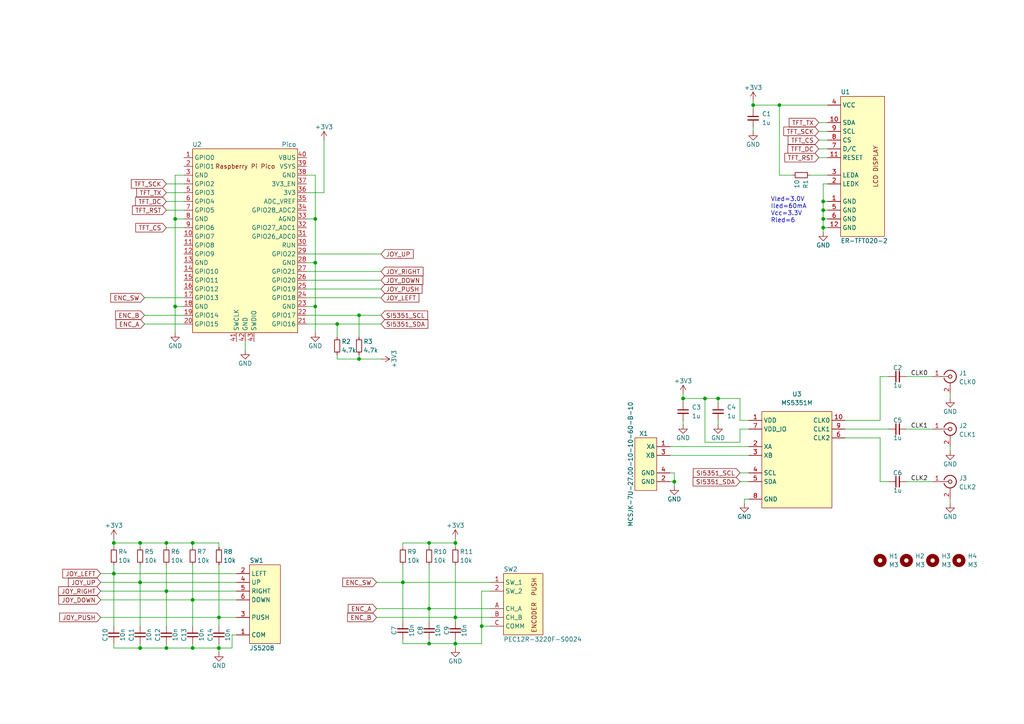
<source format=kicad_sch>
(kicad_sch (version 20211123) (generator eeschema)
  (paper "A4")
  (lib_symbols
    (symbol "Connector:Conn_Coaxial" (pin_names (offset 1.016) hide)
      (property "Reference" "J" (at 0.254 3.048 0))
      (property "Value" "Conn_Coaxial" (at 2.921 0 90))
      (symbol "Conn_Coaxial_0_1"
        (arc (start -1.778 -0.508) (mid 0.222 -1.808) (end 1.778 0) (stroke (width 0.254)))
        (polyline (pts (xy -2.54 0) (xy -0.508 0)))
        (polyline (pts (xy 0 -2.54) (xy 0 -1.778)))
        (circle (center 0 0) (radius 0.508) (stroke (width 0.2032)))
        (arc (start 1.778 0) (mid 0.222 1.8083) (end -1.778 0.508) (stroke (width 0.254)))
      )
      (symbol "Conn_Coaxial_1_1"
        (pin passive line (at -5.08 0 0) (length 2.54) (name "In") (number "1"))
        (pin passive line (at 0 -5.08 90) (length 2.54) (name "Ext") (number "2"))
      )
    )
    (symbol "Device:C_Small" (pin_numbers hide) (pin_names (offset 0.254) hide)
      (property "Reference" "C" (at 0.254 1.778 0))
      (property "Value" "C_Small" (at 0.254 -2.032 0))
      (symbol "C_Small_0_1"
        (polyline (pts (xy -1.524 -0.508) (xy 1.524 -0.508)) (stroke (width 0.3302)))
        (polyline (pts (xy -1.524 0.508) (xy 1.524 0.508)) (stroke (width 0.3048)))
      )
      (symbol "C_Small_1_1"
        (pin passive line (at 0 2.54 270) (length 2.032) (name "~") (number "1"))
        (pin passive line (at 0 -2.54 90) (length 2.032) (name "~") (number "2"))
      )
    )
    (symbol "Device:R_Small" (pin_numbers hide) (pin_names (offset 0.254) hide)
      (property "Reference" "R" (at 0.762 0.508 0))
      (property "Value" "R_Small" (at 0.762 -1.016 0))
      (symbol "R_Small_0_1"
        (rectangle (start -0.762 1.778) (end 0.762 -1.778) (stroke (width 0.2032)))
      )
      (symbol "R_Small_1_1"
        (pin passive line (at 0 2.54 270) (length 0.762) (name "~") (number "1"))
        (pin passive line (at 0 -2.54 90) (length 0.762) (name "~") (number "2"))
      )
    )
    (symbol "MCU_RaspberryPi_and_Boards:Pico"
      (property "Reference" "U" (at -13.97 27.94 0))
      (property "Value" "Pico" (at 0 19.05 0))
      (symbol "Pico_0_0"
        (text "Raspberry Pi Pico" (at 0 21.59 0) (effects (font (size 1.27 1.27))))
      )
      (symbol "Pico_0_1"
        (rectangle (start -15.24 26.67) (end 15.24 -26.67) (fill (type background)))
      )
      (symbol "Pico_1_1"
        (pin bidirectional line (at -17.78 24.13 0) (length 2.54) (name "GPIO0") (number "1"))
        (pin bidirectional line (at -17.78 1.27 0) (length 2.54) (name "GPIO7") (number "10"))
        (pin bidirectional line (at -17.78 -1.27 0) (length 2.54) (name "GPIO8") (number "11"))
        (pin bidirectional line (at -17.78 -3.81 0) (length 2.54) (name "GPIO9") (number "12"))
        (pin power_in line (at -17.78 -6.35 0) (length 2.54) (name "GND") (number "13"))
        (pin bidirectional line (at -17.78 -8.89 0) (length 2.54) (name "GPIO10") (number "14"))
        (pin bidirectional line (at -17.78 -11.43 0) (length 2.54) (name "GPIO11") (number "15"))
        (pin bidirectional line (at -17.78 -13.97 0) (length 2.54) (name "GPIO12") (number "16"))
        (pin bidirectional line (at -17.78 -16.51 0) (length 2.54) (name "GPIO13") (number "17"))
        (pin power_in line (at -17.78 -19.05 0) (length 2.54) (name "GND") (number "18"))
        (pin bidirectional line (at -17.78 -21.59 0) (length 2.54) (name "GPIO14") (number "19"))
        (pin bidirectional line (at -17.78 21.59 0) (length 2.54) (name "GPIO1") (number "2"))
        (pin bidirectional line (at -17.78 -24.13 0) (length 2.54) (name "GPIO15") (number "20"))
        (pin bidirectional line (at 17.78 -24.13 180) (length 2.54) (name "GPIO16") (number "21"))
        (pin bidirectional line (at 17.78 -21.59 180) (length 2.54) (name "GPIO17") (number "22"))
        (pin power_in line (at 17.78 -19.05 180) (length 2.54) (name "GND") (number "23"))
        (pin bidirectional line (at 17.78 -16.51 180) (length 2.54) (name "GPIO18") (number "24"))
        (pin bidirectional line (at 17.78 -13.97 180) (length 2.54) (name "GPIO19") (number "25"))
        (pin bidirectional line (at 17.78 -11.43 180) (length 2.54) (name "GPIO20") (number "26"))
        (pin bidirectional line (at 17.78 -8.89 180) (length 2.54) (name "GPIO21") (number "27"))
        (pin power_in line (at 17.78 -6.35 180) (length 2.54) (name "GND") (number "28"))
        (pin bidirectional line (at 17.78 -3.81 180) (length 2.54) (name "GPIO22") (number "29"))
        (pin power_in line (at -17.78 19.05 0) (length 2.54) (name "GND") (number "3"))
        (pin input line (at 17.78 -1.27 180) (length 2.54) (name "RUN") (number "30"))
        (pin bidirectional line (at 17.78 1.27 180) (length 2.54) (name "GPIO26_ADC0") (number "31"))
        (pin bidirectional line (at 17.78 3.81 180) (length 2.54) (name "GPIO27_ADC1") (number "32"))
        (pin power_in line (at 17.78 6.35 180) (length 2.54) (name "AGND") (number "33"))
        (pin bidirectional line (at 17.78 8.89 180) (length 2.54) (name "GPIO28_ADC2") (number "34"))
        (pin power_in line (at 17.78 11.43 180) (length 2.54) (name "ADC_VREF") (number "35"))
        (pin power_in line (at 17.78 13.97 180) (length 2.54) (name "3V3") (number "36"))
        (pin input line (at 17.78 16.51 180) (length 2.54) (name "3V3_EN") (number "37"))
        (pin bidirectional line (at 17.78 19.05 180) (length 2.54) (name "GND") (number "38"))
        (pin power_in line (at 17.78 21.59 180) (length 2.54) (name "VSYS") (number "39"))
        (pin bidirectional line (at -17.78 16.51 0) (length 2.54) (name "GPIO2") (number "4"))
        (pin power_in line (at 17.78 24.13 180) (length 2.54) (name "VBUS") (number "40"))
        (pin input line (at -2.54 -29.21 90) (length 2.54) (name "SWCLK") (number "41"))
        (pin power_in line (at 0 -29.21 90) (length 2.54) (name "GND") (number "42"))
        (pin bidirectional line (at 2.54 -29.21 90) (length 2.54) (name "SWDIO") (number "43"))
        (pin bidirectional line (at -17.78 13.97 0) (length 2.54) (name "GPIO3") (number "5"))
        (pin bidirectional line (at -17.78 11.43 0) (length 2.54) (name "GPIO4") (number "6"))
        (pin bidirectional line (at -17.78 8.89 0) (length 2.54) (name "GPIO5") (number "7"))
        (pin power_in line (at -17.78 6.35 0) (length 2.54) (name "GND") (number "8"))
        (pin bidirectional line (at -17.78 3.81 0) (length 2.54) (name "GPIO6") (number "9"))
      )
    )
    (symbol "Mechanical:MountingHole" (pin_names (offset 1.016))
      (property "Reference" "H" (at 0 5.08 0))
      (property "Value" "MountingHole" (at 0 3.175 0))
      (symbol "MountingHole_0_1"
        (circle (center 0 0) (radius 1.27) (stroke (width 1.27)))
      )
    )
    (symbol "parts:ER-TFT020-2"
      (property "Reference" "U" (at 1.27 3.81 0))
      (property "Value" "ER-TFT020-2" (at 6.35 -39.37 0))
      (symbol "ER-TFT020-2_0_0"
        (text "LCD DISPLAY" (at 10.16 -17.78 900) (effects (font (size 1.27 1.27))))
      )
      (symbol "ER-TFT020-2_0_1"
        (rectangle (start 0 2.54) (end 12.7 -38.1) (fill (type background)))
      )
      (symbol "ER-TFT020-2_1_1"
        (pin input line (at -3.81 -27.94 0) (length 3.81) (name "GND") (number "1"))
        (pin input line (at -3.81 -5.08 0) (length 3.81) (name "SDA") (number "10"))
        (pin input line (at -3.81 -15.24 0) (length 3.81) (name "RESET") (number "11"))
        (pin input line (at -3.81 -35.56 0) (length 3.81) (name "GND") (number "12"))
        (pin input line (at -3.81 -22.86 0) (length 3.81) (name "LEDK") (number "2"))
        (pin input line (at -3.81 -20.32 0) (length 3.81) (name "LEDA") (number "3"))
        (pin input line (at -3.81 0 0) (length 3.81) (name "VCC") (number "4"))
        (pin input line (at -3.81 -30.48 0) (length 3.81) (name "GND") (number "5"))
        (pin input line (at -3.81 -33.02 0) (length 3.81) (name "GND") (number "6"))
        (pin input line (at -3.81 -12.7 0) (length 3.81) (name "D/C") (number "7"))
        (pin input line (at -3.81 -10.16 0) (length 3.81) (name "CS") (number "8"))
        (pin input line (at -3.81 -7.62 0) (length 3.81) (name "SCL") (number "9"))
      )
    )
    (symbol "parts:JS5208"
      (property "Reference" "SW" (at 3.81 3.81 0))
      (property "Value" "JS5208" (at 3.81 -21.59 0))
      (symbol "JS5208_0_0"
        (rectangle (start 0 2.54) (end 8.89 -20.32) (fill (type background)))
      )
      (symbol "JS5208_1_1"
        (pin input line (at -3.81 -17.78 0) (length 3.81) (name "COM") (number "1"))
        (pin input line (at -3.81 0 0) (length 3.81) (name "LEFT") (number "2"))
        (pin input line (at -3.81 -12.7 0) (length 3.81) (name "PUSH") (number "3"))
        (pin input line (at -3.81 -2.54 0) (length 3.81) (name "UP") (number "4"))
        (pin input line (at -3.81 -5.08 0) (length 3.81) (name "RIGHT") (number "5"))
        (pin input line (at -3.81 -7.62 0) (length 3.81) (name "DOWN") (number "6"))
      )
    )
    (symbol "parts:MCSJK-7U-27.00-10-10-60-B-10"
      (property "Reference" "X" (at 1.27 3.81 0))
      (property "Value" "MCSJK-7U-27.00-10-10-60-B-10" (at 2.54 -13.97 0))
      (symbol "MCSJK-7U-27.00-10-10-60-B-10_0_0"
        (rectangle (start 0 2.54) (end 6.35 -12.7) (fill (type background)))
      )
      (symbol "MCSJK-7U-27.00-10-10-60-B-10_1_1"
        (pin input line (at -3.81 0 0) (length 3.81) (name "XA") (number "1"))
        (pin input line (at -3.81 -10.16 0) (length 3.81) (name "GND") (number "2"))
        (pin input line (at -3.81 -2.54 0) (length 3.81) (name "XB") (number "3"))
        (pin input line (at -3.81 -7.62 0) (length 3.81) (name "GND") (number "4"))
      )
    )
    (symbol "parts:MS5351M"
      (property "Reference" "U" (at 1.27 3.81 0))
      (property "Value" "MS5351M" (at 11.43 -26.67 0))
      (symbol "MS5351M_0_0"
        (rectangle (start 0 2.54) (end 20.32 -25.4) (fill (type background)))
      )
      (symbol "MS5351M_1_1"
        (pin input line (at -3.81 0 0) (length 3.81) (name "VDD") (number "1"))
        (pin input line (at 24.13 0 180) (length 3.81) (name "CLK0") (number "10"))
        (pin input line (at -3.81 -7.62 0) (length 3.81) (name "XA") (number "2"))
        (pin input line (at -3.81 -10.16 0) (length 3.81) (name "XB") (number "3"))
        (pin input line (at -3.81 -15.24 0) (length 3.81) (name "SCL") (number "4"))
        (pin input line (at -3.81 -17.78 0) (length 3.81) (name "SDA") (number "5"))
        (pin input line (at 24.13 -5.08 180) (length 3.81) (name "CLK2") (number "6"))
        (pin input line (at -3.81 -2.54 0) (length 3.81) (name "VDD_IO") (number "7"))
        (pin input line (at -3.81 -22.86 0) (length 3.81) (name "GND") (number "8"))
        (pin input line (at 24.13 -2.54 180) (length 3.81) (name "CLK1") (number "9"))
      )
    )
    (symbol "parts:PEC12R-3220F-S0024"
      (property "Reference" "SW" (at 1.27 3.81 0))
      (property "Value" "PEC12R-3220F-S0024" (at 6.35 -16.51 0))
      (symbol "PEC12R-3220F-S0024_0_0"
        (rectangle (start 0 2.54) (end 11.43 -15.24) (fill (type background)))
        (text "ENCODER" (at 8.89 -10.16 900) (effects (font (size 1.27 1.27))))
        (text "PUSH" (at 8.89 -1.27 900) (effects (font (size 1.27 1.27))))
      )
      (symbol "PEC12R-3220F-S0024_1_1"
        (pin input line (at -3.81 0 0) (length 3.81) (name "SW_1") (number "1"))
        (pin input line (at -3.81 -2.54 0) (length 3.81) (name "SW_2") (number "2"))
        (pin input line (at -3.81 -7.62 0) (length 3.81) (name "CH_A") (number "A"))
        (pin input line (at -3.81 -10.16 0) (length 3.81) (name "CH_B") (number "B"))
        (pin input line (at -3.81 -12.7 0) (length 3.81) (name "COMM") (number "C"))
      )
    )
    (symbol "power:+3V3" (power) (pin_names (offset 0))
      (property "Value" "+3V3" (at 0 3.556 0))
      (symbol "+3V3_0_1"
        (polyline (pts (xy -0.762 1.27) (xy 0 2.54)))
        (polyline (pts (xy 0 0) (xy 0 2.54)))
        (polyline (pts (xy 0 2.54) (xy 0.762 1.27)))
      )
      (symbol "+3V3_1_1"
        (pin power_in line (at 0 0 90) (length 0) hide (name "+3V3") (number "1"))
      )
    )
    (symbol "power:GND" (power) (pin_names (offset 0))
      (property "Value" "GND" (at 0 -3.81 0))
      (symbol "GND_0_1"
        (polyline (pts (xy 0 0) (xy 0 -1.27) (xy 1.27 -1.27) (xy 0 -2.54) (xy -1.27 -1.27) (xy 0 -1.27)))
      )
      (symbol "GND_1_1"
        (pin power_in line (at 0 0 270) (length 0) hide (name "GND") (number "1"))
      )
    )
  )
  (junction (at 97.79 93.98))
  (junction (at 33.02 166.37))
  (junction (at 124.46 186.69))
  (junction (at 48.26 171.45))
  (junction (at 104.14 91.44))
  (junction (at 40.64 168.91))
  (junction (at 91.44 63.5))
  (junction (at 226.06 30.48))
  (junction (at 91.44 88.9))
  (junction (at 195.58 139.7))
  (junction (at 139.7 181.61))
  (junction (at 208.28 115.57))
  (junction (at 55.88 157.48))
  (junction (at 238.76 66.04))
  (junction (at 116.84 168.91))
  (junction (at 63.5 187.96))
  (junction (at 91.44 76.2))
  (junction (at 132.08 179.07))
  (junction (at 33.02 157.48))
  (junction (at 50.8 88.9))
  (junction (at 124.46 176.53))
  (junction (at 238.76 58.42))
  (junction (at 132.08 186.69))
  (junction (at 63.5 179.07))
  (junction (at 55.88 173.99))
  (junction (at 238.76 63.5))
  (junction (at 48.26 157.48))
  (junction (at 132.08 157.48))
  (junction (at 48.26 187.96))
  (junction (at 50.8 63.5))
  (junction (at 204.47 115.57))
  (junction (at 198.12 115.57))
  (junction (at 218.44 30.48))
  (junction (at 104.14 104.14))
  (junction (at 40.64 157.48))
  (junction (at 40.64 187.96))
  (junction (at 55.88 187.96))
  (junction (at 238.76 60.96))
  (junction (at 124.46 157.48))
  (wire (pts (xy 67.31 187.96) (xy 67.31 184.15)))
  (wire (pts (xy 88.9 83.82) (xy 110.49 83.82)))
  (wire (pts (xy 33.02 187.96) (xy 40.64 187.96)))
  (wire (pts (xy 198.12 114.3) (xy 198.12 115.57)))
  (wire (pts (xy 214.63 121.92) (xy 214.63 115.57)))
  (wire (pts (xy 142.24 171.45) (xy 139.7 171.45)))
  (wire (pts (xy 48.26 157.48) (xy 48.26 158.75)))
  (wire (pts (xy 63.5 179.07) (xy 68.58 179.07)))
  (wire (pts (xy 97.79 97.79) (xy 97.79 93.98)))
  (wire (pts (xy 91.44 63.5) (xy 91.44 50.8)))
  (wire (pts (xy 104.14 102.87) (xy 104.14 104.14)))
  (wire (pts (xy 238.76 58.42) (xy 238.76 60.96)))
  (wire (pts (xy 275.59 144.78) (xy 275.59 146.05)))
  (wire (pts (xy 88.9 93.98) (xy 97.79 93.98)))
  (wire (pts (xy 41.91 86.36) (xy 53.34 86.36)))
  (wire (pts (xy 68.58 171.45) (xy 48.26 171.45)))
  (wire (pts (xy 104.14 91.44) (xy 104.14 97.79)))
  (wire (pts (xy 217.17 124.46) (xy 214.63 124.46)))
  (wire (pts (xy 217.17 121.92) (xy 214.63 121.92)))
  (wire (pts (xy 88.9 88.9) (xy 91.44 88.9)))
  (wire (pts (xy 275.59 129.54) (xy 275.59 130.81)))
  (wire (pts (xy 48.26 53.34) (xy 53.34 53.34)))
  (wire (pts (xy 214.63 139.7) (xy 217.17 139.7)))
  (wire (pts (xy 29.21 179.07) (xy 63.5 179.07)))
  (wire (pts (xy 40.64 157.48) (xy 48.26 157.48)))
  (wire (pts (xy 109.22 176.53) (xy 124.46 176.53)))
  (wire (pts (xy 50.8 88.9) (xy 53.34 88.9)))
  (wire (pts (xy 88.9 78.74) (xy 110.49 78.74)))
  (wire (pts (xy 33.02 156.21) (xy 33.02 157.48)))
  (wire (pts (xy 245.11 124.46) (xy 257.81 124.46)))
  (wire (pts (xy 214.63 124.46) (xy 214.63 128.27)))
  (wire (pts (xy 238.76 60.96) (xy 238.76 63.5)))
  (wire (pts (xy 195.58 137.16) (xy 195.58 139.7)))
  (wire (pts (xy 40.64 163.83) (xy 40.64 168.91)))
  (wire (pts (xy 97.79 93.98) (xy 110.49 93.98)))
  (wire (pts (xy 194.31 139.7) (xy 195.58 139.7)))
  (wire (pts (xy 238.76 53.34) (xy 238.76 58.42)))
  (wire (pts (xy 132.08 157.48) (xy 124.46 157.48)))
  (wire (pts (xy 215.9 144.78) (xy 217.17 144.78)))
  (wire (pts (xy 124.46 163.83) (xy 124.46 176.53)))
  (wire (pts (xy 238.76 66.04) (xy 240.03 66.04)))
  (wire (pts (xy 275.59 114.3) (xy 275.59 115.57)))
  (wire (pts (xy 262.89 124.46) (xy 270.51 124.46)))
  (wire (pts (xy 33.02 166.37) (xy 33.02 181.61)))
  (wire (pts (xy 255.27 121.92) (xy 255.27 109.22)))
  (wire (pts (xy 91.44 50.8) (xy 88.9 50.8)))
  (wire (pts (xy 237.49 38.1) (xy 240.03 38.1)))
  (wire (pts (xy 132.08 163.83) (xy 132.08 179.07)))
  (wire (pts (xy 198.12 121.92) (xy 198.12 123.19)))
  (wire (pts (xy 142.24 168.91) (xy 116.84 168.91)))
  (wire (pts (xy 33.02 163.83) (xy 33.02 166.37)))
  (wire (pts (xy 194.31 129.54) (xy 217.17 129.54)))
  (wire (pts (xy 237.49 40.64) (xy 240.03 40.64)))
  (wire (pts (xy 63.5 187.96) (xy 67.31 187.96)))
  (wire (pts (xy 55.88 186.69) (xy 55.88 187.96)))
  (wire (pts (xy 214.63 128.27) (xy 204.47 128.27)))
  (wire (pts (xy 240.03 53.34) (xy 238.76 53.34)))
  (wire (pts (xy 97.79 104.14) (xy 104.14 104.14)))
  (wire (pts (xy 208.28 121.92) (xy 208.28 123.19)))
  (wire (pts (xy 97.79 102.87) (xy 97.79 104.14)))
  (wire (pts (xy 218.44 29.21) (xy 218.44 30.48)))
  (wire (pts (xy 40.64 157.48) (xy 40.64 158.75)))
  (wire (pts (xy 68.58 166.37) (xy 33.02 166.37)))
  (wire (pts (xy 262.89 139.7) (xy 270.51 139.7)))
  (wire (pts (xy 208.28 115.57) (xy 208.28 116.84)))
  (wire (pts (xy 124.46 157.48) (xy 116.84 157.48)))
  (wire (pts (xy 215.9 146.05) (xy 215.9 144.78)))
  (wire (pts (xy 55.88 163.83) (xy 55.88 173.99)))
  (wire (pts (xy 132.08 156.21) (xy 132.08 157.48)))
  (wire (pts (xy 48.26 55.88) (xy 53.34 55.88)))
  (wire (pts (xy 48.26 66.04) (xy 53.34 66.04)))
  (wire (pts (xy 67.31 184.15) (xy 68.58 184.15)))
  (wire (pts (xy 124.46 176.53) (xy 124.46 180.34)))
  (wire (pts (xy 33.02 186.69) (xy 33.02 187.96)))
  (wire (pts (xy 132.08 185.42) (xy 132.08 186.69)))
  (wire (pts (xy 109.22 168.91) (xy 116.84 168.91)))
  (wire (pts (xy 40.64 168.91) (xy 40.64 181.61)))
  (wire (pts (xy 139.7 181.61) (xy 142.24 181.61)))
  (wire (pts (xy 88.9 81.28) (xy 110.49 81.28)))
  (wire (pts (xy 29.21 173.99) (xy 55.88 173.99)))
  (wire (pts (xy 194.31 132.08) (xy 217.17 132.08)))
  (wire (pts (xy 237.49 35.56) (xy 240.03 35.56)))
  (wire (pts (xy 63.5 163.83) (xy 63.5 179.07)))
  (wire (pts (xy 91.44 96.52) (xy 91.44 88.9)))
  (wire (pts (xy 116.84 163.83) (xy 116.84 168.91)))
  (wire (pts (xy 218.44 30.48) (xy 218.44 31.75)))
  (wire (pts (xy 132.08 186.69) (xy 132.08 187.96)))
  (wire (pts (xy 238.76 58.42) (xy 240.03 58.42)))
  (wire (pts (xy 238.76 66.04) (xy 238.76 67.31)))
  (wire (pts (xy 50.8 63.5) (xy 53.34 63.5)))
  (wire (pts (xy 245.11 121.92) (xy 255.27 121.92)))
  (wire (pts (xy 29.21 168.91) (xy 40.64 168.91)))
  (wire (pts (xy 237.49 43.18) (xy 240.03 43.18)))
  (wire (pts (xy 238.76 60.96) (xy 240.03 60.96)))
  (wire (pts (xy 124.46 157.48) (xy 124.46 158.75)))
  (wire (pts (xy 48.26 187.96) (xy 55.88 187.96)))
  (wire (pts (xy 41.91 91.44) (xy 53.34 91.44)))
  (wire (pts (xy 240.03 30.48) (xy 226.06 30.48)))
  (wire (pts (xy 55.88 173.99) (xy 55.88 181.61)))
  (wire (pts (xy 63.5 181.61) (xy 63.5 179.07)))
  (wire (pts (xy 195.58 139.7) (xy 195.58 140.97)))
  (wire (pts (xy 104.14 104.14) (xy 110.49 104.14)))
  (wire (pts (xy 63.5 157.48) (xy 63.5 158.75)))
  (wire (pts (xy 124.46 186.69) (xy 132.08 186.69)))
  (wire (pts (xy 63.5 189.23) (xy 63.5 187.96)))
  (wire (pts (xy 48.26 186.69) (xy 48.26 187.96)))
  (wire (pts (xy 214.63 115.57) (xy 208.28 115.57)))
  (wire (pts (xy 40.64 187.96) (xy 48.26 187.96)))
  (wire (pts (xy 139.7 171.45) (xy 139.7 181.61)))
  (wire (pts (xy 139.7 186.69) (xy 132.08 186.69)))
  (wire (pts (xy 208.28 115.57) (xy 204.47 115.57)))
  (wire (pts (xy 55.88 157.48) (xy 55.88 158.75)))
  (wire (pts (xy 33.02 157.48) (xy 40.64 157.48)))
  (wire (pts (xy 29.21 171.45) (xy 48.26 171.45)))
  (wire (pts (xy 40.64 186.69) (xy 40.64 187.96)))
  (wire (pts (xy 142.24 179.07) (xy 132.08 179.07)))
  (wire (pts (xy 204.47 115.57) (xy 198.12 115.57)))
  (wire (pts (xy 48.26 58.42) (xy 53.34 58.42)))
  (wire (pts (xy 204.47 128.27) (xy 204.47 115.57)))
  (wire (pts (xy 93.98 55.88) (xy 93.98 40.64)))
  (wire (pts (xy 238.76 63.5) (xy 238.76 66.04)))
  (wire (pts (xy 71.12 99.06) (xy 71.12 101.6)))
  (wire (pts (xy 229.87 50.8) (xy 226.06 50.8)))
  (wire (pts (xy 88.9 73.66) (xy 110.49 73.66)))
  (wire (pts (xy 238.76 63.5) (xy 240.03 63.5)))
  (wire (pts (xy 132.08 157.48) (xy 132.08 158.75)))
  (wire (pts (xy 255.27 127) (xy 255.27 139.7)))
  (wire (pts (xy 50.8 63.5) (xy 50.8 50.8)))
  (wire (pts (xy 50.8 88.9) (xy 50.8 63.5)))
  (wire (pts (xy 68.58 173.99) (xy 55.88 173.99)))
  (wire (pts (xy 55.88 187.96) (xy 63.5 187.96)))
  (wire (pts (xy 63.5 186.69) (xy 63.5 187.96)))
  (wire (pts (xy 88.9 86.36) (xy 110.49 86.36)))
  (wire (pts (xy 29.21 166.37) (xy 33.02 166.37)))
  (wire (pts (xy 88.9 91.44) (xy 104.14 91.44)))
  (wire (pts (xy 50.8 50.8) (xy 53.34 50.8)))
  (wire (pts (xy 116.84 186.69) (xy 124.46 186.69)))
  (wire (pts (xy 50.8 96.52) (xy 50.8 88.9)))
  (wire (pts (xy 41.91 93.98) (xy 53.34 93.98)))
  (wire (pts (xy 124.46 185.42) (xy 124.46 186.69)))
  (wire (pts (xy 194.31 137.16) (xy 195.58 137.16)))
  (wire (pts (xy 226.06 30.48) (xy 218.44 30.48)))
  (wire (pts (xy 226.06 50.8) (xy 226.06 30.48)))
  (wire (pts (xy 139.7 181.61) (xy 139.7 186.69)))
  (wire (pts (xy 109.22 179.07) (xy 132.08 179.07)))
  (wire (pts (xy 91.44 88.9) (xy 91.44 76.2)))
  (wire (pts (xy 255.27 109.22) (xy 257.81 109.22)))
  (wire (pts (xy 116.84 157.48) (xy 116.84 158.75)))
  (wire (pts (xy 255.27 139.7) (xy 257.81 139.7)))
  (wire (pts (xy 116.84 185.42) (xy 116.84 186.69)))
  (wire (pts (xy 88.9 55.88) (xy 93.98 55.88)))
  (wire (pts (xy 104.14 91.44) (xy 110.49 91.44)))
  (wire (pts (xy 214.63 137.16) (xy 217.17 137.16)))
  (wire (pts (xy 237.49 45.72) (xy 240.03 45.72)))
  (wire (pts (xy 33.02 157.48) (xy 33.02 158.75)))
  (wire (pts (xy 55.88 157.48) (xy 63.5 157.48)))
  (wire (pts (xy 88.9 76.2) (xy 91.44 76.2)))
  (wire (pts (xy 234.95 50.8) (xy 240.03 50.8)))
  (wire (pts (xy 91.44 76.2) (xy 91.44 63.5)))
  (wire (pts (xy 142.24 176.53) (xy 124.46 176.53)))
  (wire (pts (xy 48.26 157.48) (xy 55.88 157.48)))
  (wire (pts (xy 48.26 163.83) (xy 48.26 171.45)))
  (wire (pts (xy 245.11 127) (xy 255.27 127)))
  (wire (pts (xy 48.26 60.96) (xy 53.34 60.96)))
  (wire (pts (xy 88.9 63.5) (xy 91.44 63.5)))
  (wire (pts (xy 262.89 109.22) (xy 270.51 109.22)))
  (wire (pts (xy 198.12 115.57) (xy 198.12 116.84)))
  (wire (pts (xy 48.26 171.45) (xy 48.26 181.61)))
  (wire (pts (xy 68.58 168.91) (xy 40.64 168.91)))
  (wire (pts (xy 218.44 36.83) (xy 218.44 38.1)))
  (wire (pts (xy 116.84 168.91) (xy 116.84 180.34)))
  (wire (pts (xy 132.08 179.07) (xy 132.08 180.34)))
  (text "Vled=3.0V\nIled=60mA\nVcc=3.3V\nRled=6" (at 223.52 64.77 0) (effects (font (size 1.27 1.27)) (justify left bottom)))
  (label "CLK2" (at 264.16 139.7 0))
  (label "CLK0" (at 264.16 109.22 0))
  (label "CLK1" (at 264.16 124.46 0))
  (global_label "ENC_A" (shape input) (at 41.91 93.98 180) (property "Intersheet References" "${INTERSHEET_REFS}" (effects hide)))
  (global_label "TFT_CS" (shape input) (at 237.49 40.64 180) (property "Intersheet References" "${INTERSHEET_REFS}" (effects hide)))
  (global_label "SI5351_SCL" (shape input) (at 214.63 137.16 180) (property "Intersheet References" "${INTERSHEET_REFS}" (effects hide)))
  (global_label "TFT_RST" (shape input) (at 48.26 60.96 180) (property "Intersheet References" "${INTERSHEET_REFS}" (effects hide)))
  (global_label "JOY_PUSH" (shape input) (at 29.21 179.07 180) (property "Intersheet References" "${INTERSHEET_REFS}" (effects hide)))
  (global_label "JOY_UP" (shape input) (at 29.21 168.91 180) (property "Intersheet References" "${INTERSHEET_REFS}" (effects hide)))
  (global_label "JOY_PUSH" (shape input) (at 110.49 83.82 0) (property "Intersheet References" "${INTERSHEET_REFS}" (effects hide)))
  (global_label "TFT_DC" (shape input) (at 48.26 58.42 180) (property "Intersheet References" "${INTERSHEET_REFS}" (effects hide)))
  (global_label "JOY_UP" (shape input) (at 110.49 73.66 0) (property "Intersheet References" "${INTERSHEET_REFS}" (effects hide)))
  (global_label "ENC_B" (shape input) (at 41.91 91.44 180) (property "Intersheet References" "${INTERSHEET_REFS}" (effects hide)))
  (global_label "TFT_TX" (shape input) (at 48.26 55.88 180) (property "Intersheet References" "${INTERSHEET_REFS}" (effects hide)))
  (global_label "JOY_LEFT" (shape input) (at 29.21 166.37 180) (property "Intersheet References" "${INTERSHEET_REFS}" (effects hide)))
  (global_label "SI5351_SDA" (shape input) (at 214.63 139.7 180) (property "Intersheet References" "${INTERSHEET_REFS}" (effects hide)))
  (global_label "TFT_CS" (shape input) (at 48.26 66.04 180) (property "Intersheet References" "${INTERSHEET_REFS}" (effects hide)))
  (global_label "TFT_RST" (shape input) (at 237.49 45.72 180) (property "Intersheet References" "${INTERSHEET_REFS}" (effects hide)))
  (global_label "TFT_SCK" (shape input) (at 48.26 53.34 180) (property "Intersheet References" "${INTERSHEET_REFS}" (effects hide)))
  (global_label "ENC_SW" (shape input) (at 41.91 86.36 180) (property "Intersheet References" "${INTERSHEET_REFS}" (effects hide)))
  (global_label "TFT_TX" (shape input) (at 237.49 35.56 180) (property "Intersheet References" "${INTERSHEET_REFS}" (effects hide)))
  (global_label "ENC_A" (shape input) (at 109.22 176.53 180) (property "Intersheet References" "${INTERSHEET_REFS}" (effects hide)))
  (global_label "TFT_SCK" (shape input) (at 237.49 38.1 180) (property "Intersheet References" "${INTERSHEET_REFS}" (effects hide)))
  (global_label "TFT_DC" (shape input) (at 237.49 43.18 180) (property "Intersheet References" "${INTERSHEET_REFS}" (effects hide)))
  (global_label "ENC_SW" (shape input) (at 109.22 168.91 180) (property "Intersheet References" "${INTERSHEET_REFS}" (effects hide)))
  (global_label "JOY_DOWN" (shape input) (at 29.21 173.99 180) (property "Intersheet References" "${INTERSHEET_REFS}" (effects hide)))
  (global_label "JOY_DOWN" (shape input) (at 110.49 81.28 0) (property "Intersheet References" "${INTERSHEET_REFS}" (effects hide)))
  (global_label "JOY_RIGHT" (shape input) (at 110.49 78.74 0) (property "Intersheet References" "${INTERSHEET_REFS}" (effects hide)))
  (global_label "JOY_RIGHT" (shape input) (at 29.21 171.45 180) (property "Intersheet References" "${INTERSHEET_REFS}" (effects hide)))
  (global_label "SI5351_SCL" (shape input) (at 110.49 91.44 0) (property "Intersheet References" "${INTERSHEET_REFS}" (effects hide)))
  (global_label "ENC_B" (shape input) (at 109.22 179.07 180) (property "Intersheet References" "${INTERSHEET_REFS}" (effects hide)))
  (global_label "JOY_LEFT" (shape input) (at 110.49 86.36 0) (property "Intersheet References" "${INTERSHEET_REFS}" (effects hide)))
  (global_label "SI5351_SDA" (shape input) (at 110.49 93.98 0) (property "Intersheet References" "${INTERSHEET_REFS}" (effects hide)))
  (symbol (lib_id "Device:C_Small") (at 260.35 109.22 90) (unit 1)
    (property "Reference" "C2" (at 260.35 106.68 90))
    (property "Value" "1u" (at 260.35 111.76 90))
    (property "Footprint" "Capacitor_SMD:C_0805_2012Metric" (effects hide))
  )
  (symbol (lib_id "Device:R_Small") (at 48.26 161.29 0) (unit 1)
    (property "Reference" "R6" (at 49.53 160.02 0) (effects (justify left)))
    (property "Value" "10k" (at 49.53 162.56 0) (effects (justify left)))
    (property "Footprint" "Resistor_SMD:R_0805_2012Metric" (effects hide))
  )
  (symbol (lib_id "Device:C_Small") (at 55.88 184.15 180) (unit 1)
    (property "Reference" "C13" (at 53.34 184.15 90))
    (property "Value" "10n" (at 58.42 184.15 90))
    (property "Footprint" "Capacitor_SMD:C_0805_2012Metric" (effects hide))
  )
  (symbol (lib_id "Device:C_Small") (at 198.12 119.38 0) (unit 1)
    (property "Reference" "C3" (at 200.66 118.1162 0) (effects (justify left)))
    (property "Value" "1u" (at 200.66 120.6562 0) (effects (justify left)))
    (property "Footprint" "Capacitor_SMD:C_0805_2012Metric" (effects hide))
  )
  (symbol (lib_id "Mechanical:MountingHole") (at 270.51 162.56 0) (unit 1)
    (property "Reference" "H3" (at 273.05 161.2899 0) (effects (justify left)))
    (property "Value" "M3" (at 273.05 163.8299 0) (effects (justify left)))
    (property "Footprint" "MountingHole:MountingHole_3.2mm_M3_DIN965_Pad_TopBottom" (effects hide))
  )
  (symbol (lib_id "power:GND") (at 132.08 187.96 0) (unit 1)
    (property "Reference" "#PWR019" (effects hide))
    (property "Value" "GND" (at 132.08 191.77 0))
  )
  (symbol (lib_id "Mechanical:MountingHole") (at 255.27 162.56 0) (unit 1)
    (property "Reference" "H1" (at 257.81 161.2899 0) (effects (justify left)))
    (property "Value" "M3" (at 257.81 163.8299 0) (effects (justify left)))
    (property "Footprint" "MountingHole:MountingHole_3.2mm_M3_DIN965_Pad_TopBottom" (effects hide))
  )
  (symbol (lib_id "power:+3V3") (at 198.12 114.3 0) (unit 1)
    (property "Reference" "#PWR09" (effects hide))
    (property "Value" "+3V3" (at 198.12 110.49 0))
  )
  (symbol (lib_id "Device:R_Small") (at 124.46 161.29 0) (unit 1)
    (property "Reference" "R10" (at 125.73 160.02 0) (effects (justify left)))
    (property "Value" "10k" (at 125.73 162.56 0) (effects (justify left)))
    (property "Footprint" "Resistor_SMD:R_0805_2012Metric" (effects hide))
  )
  (symbol (lib_id "Device:R_Small") (at 232.41 50.8 270) (unit 1)
    (property "Reference" "R1" (at 233.68 52.07 0) (effects (justify left)))
    (property "Value" "10" (at 231.14 52.07 0) (effects (justify left)))
    (property "Footprint" "Resistor_SMD:R_0805_2012Metric" (effects hide))
  )
  (symbol (lib_id "parts:MS5351M") (at 220.98 121.92 0) (unit 1)
    (property "Reference" "U3" (at 231.14 114.3 0))
    (property "Value" "MS5351M" (at 231.14 116.84 0))
    (property "Footprint" "Package_SO:MSOP-10_3x3mm_P0.5mm" (effects hide))
  )
  (symbol (lib_id "Device:R_Small") (at 104.14 100.33 0) (unit 1)
    (property "Reference" "R3" (at 105.41 99.06 0) (effects (justify left)))
    (property "Value" "4.7k" (at 105.41 101.6 0) (effects (justify left)))
    (property "Footprint" "Resistor_SMD:R_0805_2012Metric" (effects hide))
  )
  (symbol (lib_id "power:GND") (at 275.59 115.57 0) (unit 1)
    (property "Reference" "#PWR010" (effects hide))
    (property "Value" "GND" (at 275.59 119.38 0))
  )
  (symbol (lib_id "Device:R_Small") (at 63.5 161.29 0) (unit 1)
    (property "Reference" "R8" (at 64.77 160.02 0) (effects (justify left)))
    (property "Value" "10k" (at 64.77 162.56 0) (effects (justify left)))
    (property "Footprint" "Resistor_SMD:R_0805_2012Metric" (effects hide))
  )
  (symbol (lib_id "power:+3V3") (at 132.08 156.21 0) (unit 1)
    (property "Reference" "#PWR018" (effects hide))
    (property "Value" "+3V3" (at 132.08 152.4 0))
  )
  (symbol (lib_id "power:+3V3") (at 110.49 104.14 270) (unit 1)
    (property "Reference" "#PWR08" (effects hide))
    (property "Value" "+3V3" (at 114.3 104.14 0))
  )
  (symbol (lib_id "power:+3V3") (at 33.02 156.21 0) (unit 1)
    (property "Reference" "#PWR017" (effects hide))
    (property "Value" "+3V3" (at 33.02 152.4 0))
  )
  (symbol (lib_id "Device:C_Small") (at 208.28 119.38 0) (unit 1)
    (property "Reference" "C4" (at 210.82 118.1162 0) (effects (justify left)))
    (property "Value" "1u" (at 210.82 120.6562 0) (effects (justify left)))
    (property "Footprint" "Capacitor_SMD:C_0805_2012Metric" (effects hide))
  )
  (symbol (lib_id "power:GND") (at 198.12 123.19 0) (unit 1)
    (property "Reference" "#PWR011" (effects hide))
    (property "Value" "GND" (at 198.12 127 0))
  )
  (symbol (lib_id "Device:C_Small") (at 33.02 184.15 180) (unit 1)
    (property "Reference" "C10" (at 30.48 184.15 90))
    (property "Value" "10n" (at 35.56 184.15 90))
    (property "Footprint" "Capacitor_SMD:C_0805_2012Metric" (effects hide))
  )
  (symbol (lib_id "Device:C_Small") (at 63.5 184.15 180) (unit 1)
    (property "Reference" "C14" (at 60.96 184.15 90))
    (property "Value" "10n" (at 66.04 184.15 90))
    (property "Footprint" "Capacitor_SMD:C_0805_2012Metric" (effects hide))
  )
  (symbol (lib_id "power:GND") (at 215.9 146.05 0) (unit 1)
    (property "Reference" "#PWR015" (effects hide))
    (property "Value" "GND" (at 215.9 149.86 0))
  )
  (symbol (lib_id "parts:ER-TFT020-2") (at 243.84 30.48 0) (unit 1)
    (property "Reference" "U1" (at 243.84 26.67 0) (effects (justify left)))
    (property "Value" "ER-TFT020-2" (at 243.84 69.85 0) (effects (justify left)))
    (property "Footprint" "parts:ER-TFT020-2" (effects hide))
  )
  (symbol (lib_id "power:GND") (at 238.76 67.31 0) (unit 1)
    (property "Reference" "#PWR04" (effects hide))
    (property "Value" "GND" (at 238.76 71.12 0))
  )
  (symbol (lib_id "Device:C_Small") (at 116.84 182.88 180) (unit 1)
    (property "Reference" "C7" (at 114.3 182.88 90))
    (property "Value" "10n" (at 119.38 182.88 90))
    (property "Footprint" "Capacitor_SMD:C_0805_2012Metric" (effects hide))
  )
  (symbol (lib_id "power:GND") (at 63.5 189.23 0) (unit 1)
    (property "Reference" "#PWR020" (effects hide))
    (property "Value" "GND" (at 63.5 193.04 0))
  )
  (symbol (lib_id "Device:C_Small") (at 48.26 184.15 180) (unit 1)
    (property "Reference" "C12" (at 45.72 184.15 90))
    (property "Value" "10n" (at 50.8 184.15 90))
    (property "Footprint" "Capacitor_SMD:C_0805_2012Metric" (effects hide))
  )
  (symbol (lib_id "Device:C_Small") (at 218.44 34.29 0) (unit 1)
    (property "Reference" "C1" (at 220.98 33.0262 0) (effects (justify left)))
    (property "Value" "1u" (at 220.98 35.5662 0) (effects (justify left)))
    (property "Footprint" "Capacitor_SMD:C_0805_2012Metric" (effects hide))
  )
  (symbol (lib_id "power:+3V3") (at 218.44 29.21 0) (unit 1)
    (property "Reference" "#PWR01" (effects hide))
    (property "Value" "+3V3" (at 218.44 25.4 0))
  )
  (symbol (lib_id "Device:R_Small") (at 97.79 100.33 0) (unit 1)
    (property "Reference" "R2" (at 99.06 99.06 0) (effects (justify left)))
    (property "Value" "4.7k" (at 99.06 101.6 0) (effects (justify left)))
    (property "Footprint" "Resistor_SMD:R_0805_2012Metric" (effects hide))
  )
  (symbol (lib_id "power:GND") (at 50.8 96.52 0) (unit 1)
    (property "Reference" "#PWR05" (effects hide))
    (property "Value" "GND" (at 50.8 100.33 0))
  )
  (symbol (lib_id "Device:C_Small") (at 260.35 139.7 90) (unit 1)
    (property "Reference" "C6" (at 260.35 137.16 90))
    (property "Value" "1u" (at 260.35 142.24 90))
    (property "Footprint" "Capacitor_SMD:C_0805_2012Metric" (effects hide))
  )
  (symbol (lib_id "Mechanical:MountingHole") (at 278.13 162.56 0) (unit 1)
    (property "Reference" "H4" (at 280.67 161.2899 0) (effects (justify left)))
    (property "Value" "M3" (at 280.67 163.8299 0) (effects (justify left)))
    (property "Footprint" "MountingHole:MountingHole_3.2mm_M3_DIN965_Pad_TopBottom" (effects hide))
  )
  (symbol (lib_id "Device:R_Small") (at 33.02 161.29 0) (unit 1)
    (property "Reference" "R4" (at 34.29 160.02 0) (effects (justify left)))
    (property "Value" "10k" (at 34.29 162.56 0) (effects (justify left)))
    (property "Footprint" "Resistor_SMD:R_0805_2012Metric" (effects hide))
  )
  (symbol (lib_id "Device:R_Small") (at 116.84 161.29 0) (unit 1)
    (property "Reference" "R9" (at 118.11 160.02 0) (effects (justify left)))
    (property "Value" "10k" (at 118.11 162.56 0) (effects (justify left)))
    (property "Footprint" "Resistor_SMD:R_0805_2012Metric" (effects hide))
  )
  (symbol (lib_id "power:+3V3") (at 93.98 40.64 0) (unit 1)
    (property "Reference" "#PWR03" (effects hide))
    (property "Value" "+3V3" (at 93.98 36.83 0))
  )
  (symbol (lib_id "parts:PEC12R-3220F-S0024") (at 146.05 168.91 0) (unit 1)
    (property "Reference" "SW2" (at 146.05 165.1 0) (effects (justify left)))
    (property "Value" "PEC12R-3220F-S0024" (at 146.05 185.42 0) (effects (justify left)))
    (property "Footprint" "parts:PEC12R-3220F-S0024" (effects hide))
  )
  (symbol (lib_id "Device:R_Small") (at 132.08 161.29 0) (unit 1)
    (property "Reference" "R11" (at 133.35 160.02 0) (effects (justify left)))
    (property "Value" "10k" (at 133.35 162.56 0) (effects (justify left)))
    (property "Footprint" "Resistor_SMD:R_0805_2012Metric" (effects hide))
  )
  (symbol (lib_id "power:GND") (at 275.59 146.05 0) (unit 1)
    (property "Reference" "#PWR016" (effects hide))
    (property "Value" "GND" (at 275.59 149.86 0))
  )
  (symbol (lib_id "Connector:Conn_Coaxial") (at 275.59 139.7 0) (unit 1)
    (property "Reference" "J3" (at 278.13 138.7231 0) (effects (justify left)))
    (property "Value" "CLK2" (at 278.13 141.2631 0) (effects (justify left)))
    (property "Footprint" "parts:SMA" (effects hide))
    (property "Datasheet" " ~" (effects hide))
  )
  (symbol (lib_id "power:GND") (at 195.58 140.97 0) (unit 1)
    (property "Reference" "#PWR014" (effects hide))
    (property "Value" "GND" (at 195.58 144.78 0))
  )
  (symbol (lib_id "Mechanical:MountingHole") (at 262.89 162.56 0) (unit 1)
    (property "Reference" "H2" (at 265.43 161.2899 0) (effects (justify left)))
    (property "Value" "M3" (at 265.43 163.8299 0) (effects (justify left)))
    (property "Footprint" "MountingHole:MountingHole_3.2mm_M3_DIN965_Pad_TopBottom" (effects hide))
  )
  (symbol (lib_id "Device:R_Small") (at 40.64 161.29 0) (unit 1)
    (property "Reference" "R5" (at 41.91 160.02 0) (effects (justify left)))
    (property "Value" "10k" (at 41.91 162.56 0) (effects (justify left)))
    (property "Footprint" "Resistor_SMD:R_0805_2012Metric" (effects hide))
  )
  (symbol (lib_id "Device:R_Small") (at 55.88 161.29 0) (unit 1)
    (property "Reference" "R7" (at 57.15 160.02 0) (effects (justify left)))
    (property "Value" "10k" (at 57.15 162.56 0) (effects (justify left)))
    (property "Footprint" "Resistor_SMD:R_0805_2012Metric" (effects hide))
  )
  (symbol (lib_id "Connector:Conn_Coaxial") (at 275.59 109.22 0) (unit 1)
    (property "Reference" "J1" (at 278.13 108.2431 0) (effects (justify left)))
    (property "Value" "CLK0" (at 278.13 110.7831 0) (effects (justify left)))
    (property "Footprint" "parts:SMA" (effects hide))
    (property "Datasheet" " ~" (effects hide))
  )
  (symbol (lib_id "Device:C_Small") (at 124.46 182.88 180) (unit 1)
    (property "Reference" "C8" (at 121.92 182.88 90))
    (property "Value" "10n" (at 127 182.88 90))
    (property "Footprint" "Capacitor_SMD:C_0805_2012Metric" (effects hide))
  )
  (symbol (lib_id "power:GND") (at 275.59 130.81 0) (unit 1)
    (property "Reference" "#PWR013" (effects hide))
    (property "Value" "GND" (at 275.59 134.62 0))
  )
  (symbol (lib_id "Device:C_Small") (at 40.64 184.15 180) (unit 1)
    (property "Reference" "C11" (at 38.1 184.15 90))
    (property "Value" "10n" (at 43.18 184.15 90))
    (property "Footprint" "Capacitor_SMD:C_0805_2012Metric" (effects hide))
  )
  (symbol (lib_id "Connector:Conn_Coaxial") (at 275.59 124.46 0) (unit 1)
    (property "Reference" "J2" (at 278.13 123.4831 0) (effects (justify left)))
    (property "Value" "CLK1" (at 278.13 126.0231 0) (effects (justify left)))
    (property "Footprint" "parts:SMA" (effects hide))
    (property "Datasheet" " ~" (effects hide))
  )
  (symbol (lib_id "parts:MCSJK-7U-27.00-10-10-60-B-10") (at 190.5 129.54 0) (mirror y) (unit 1)
    (property "Reference" "X1" (at 186.69 125.73 0))
    (property "Value" "MCSJK-7U-27.00-10-10-60-B-10" (at 182.88 134.62 90))
    (property "Footprint" "Crystal:Crystal_SMD_3225-4Pin_3.2x2.5mm" (effects hide))
  )
  (symbol (lib_id "MCU_RaspberryPi_and_Boards:Pico") (at 71.12 69.85 0) (unit 1)
    (property "Reference" "U2" (at 57.15 41.91 0))
    (property "Value" "Pico" (at 83.82 41.91 0))
    (property "Footprint" "MCU_RaspberryPi_and_Boards:RPi_Pico_SMD_TH" (effects hide))
  )
  (symbol (lib_id "power:GND") (at 91.44 96.52 0) (unit 1)
    (property "Reference" "#PWR06" (effects hide))
    (property "Value" "GND" (at 91.44 100.33 0))
  )
  (symbol (lib_id "power:GND") (at 218.44 38.1 0) (unit 1)
    (property "Reference" "#PWR02" (effects hide))
    (property "Value" "GND" (at 218.44 41.91 0))
  )
  (symbol (lib_id "Device:C_Small") (at 132.08 182.88 180) (unit 1)
    (property "Reference" "C9" (at 129.54 182.88 90))
    (property "Value" "10n" (at 134.62 182.88 90))
    (property "Footprint" "Capacitor_SMD:C_0805_2012Metric" (effects hide))
  )
  (symbol (lib_id "parts:JS5208") (at 72.39 166.37 0) (unit 1)
    (property "Reference" "SW1" (at 72.39 162.56 0) (effects (justify left)))
    (property "Value" "JS5208" (at 72.39 187.96 0) (effects (justify left)))
    (property "Footprint" "parts:JS_5208" (effects hide))
  )
  (symbol (lib_id "Device:C_Small") (at 260.35 124.46 90) (unit 1)
    (property "Reference" "C5" (at 260.35 121.92 90))
    (property "Value" "1u" (at 260.35 127 90))
    (property "Footprint" "Capacitor_SMD:C_0805_2012Metric" (effects hide))
  )
  (symbol (lib_id "power:GND") (at 71.12 101.6 0) (unit 1)
    (property "Reference" "#PWR07" (effects hide))
    (property "Value" "GND" (at 71.12 105.41 0))
  )
  (symbol (lib_id "power:GND") (at 208.28 123.19 0) (unit 1)
    (property "Reference" "#PWR012" (effects hide))
    (property "Value" "GND" (at 208.28 127 0))
  )
)
</source>
